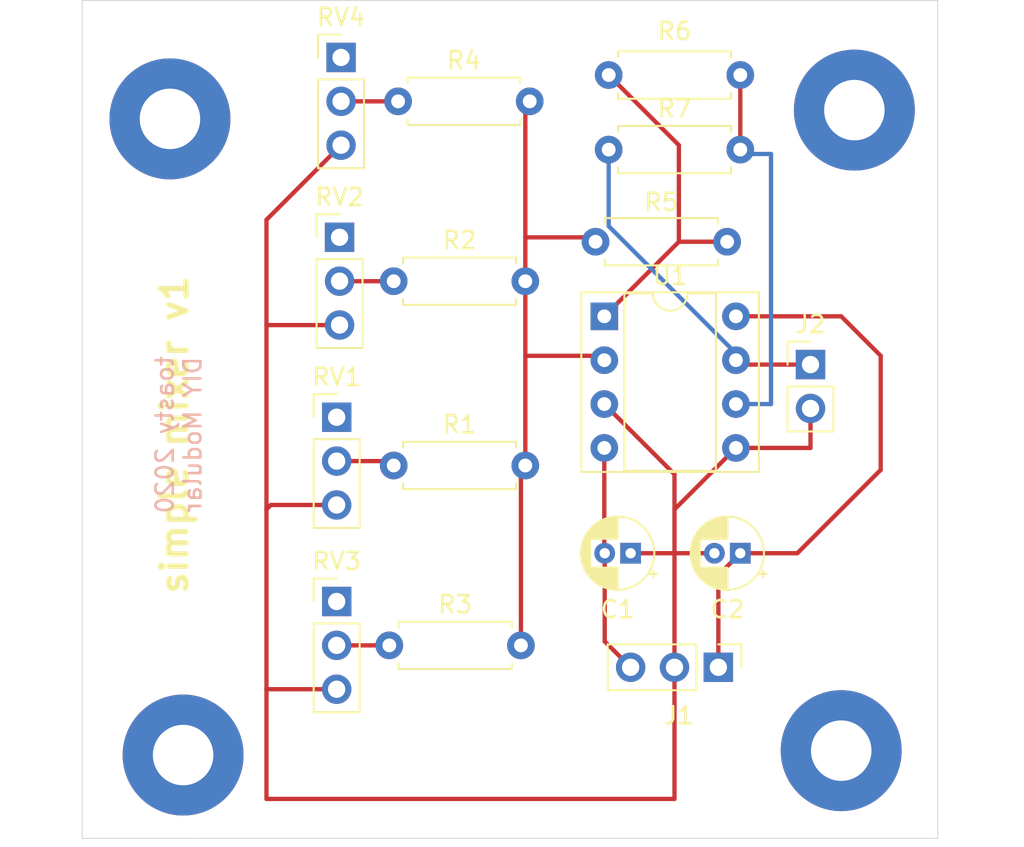
<source format=kicad_pcb>
(kicad_pcb (version 20171130) (host pcbnew "(5.1.6-0-10_14)")

  (general
    (thickness 1.6)
    (drawings 8)
    (tracks 72)
    (zones 0)
    (modules 20)
    (nets 16)
  )

  (page A4)
  (layers
    (0 F.Cu signal)
    (31 B.Cu signal)
    (32 B.Adhes user)
    (33 F.Adhes user)
    (34 B.Paste user)
    (35 F.Paste user)
    (36 B.SilkS user)
    (37 F.SilkS user)
    (38 B.Mask user)
    (39 F.Mask user)
    (40 Dwgs.User user)
    (41 Cmts.User user)
    (42 Eco1.User user)
    (43 Eco2.User user)
    (44 Edge.Cuts user)
    (45 Margin user)
    (46 B.CrtYd user)
    (47 F.CrtYd user)
    (48 B.Fab user)
    (49 F.Fab user)
  )

  (setup
    (last_trace_width 0.25)
    (trace_clearance 0.2)
    (zone_clearance 0.508)
    (zone_45_only no)
    (trace_min 0.2)
    (via_size 0.8)
    (via_drill 0.4)
    (via_min_size 0.4)
    (via_min_drill 0.3)
    (uvia_size 0.3)
    (uvia_drill 0.1)
    (uvias_allowed no)
    (uvia_min_size 0.2)
    (uvia_min_drill 0.1)
    (edge_width 0.05)
    (segment_width 0.2)
    (pcb_text_width 0.3)
    (pcb_text_size 1.5 1.5)
    (mod_edge_width 0.12)
    (mod_text_size 1 1)
    (mod_text_width 0.15)
    (pad_size 1.524 1.524)
    (pad_drill 0.762)
    (pad_to_mask_clearance 0.05)
    (aux_axis_origin 0 0)
    (visible_elements FFFFFF7F)
    (pcbplotparams
      (layerselection 0x010fc_ffffffff)
      (usegerberextensions false)
      (usegerberattributes true)
      (usegerberadvancedattributes true)
      (creategerberjobfile true)
      (excludeedgelayer true)
      (linewidth 0.100000)
      (plotframeref false)
      (viasonmask false)
      (mode 1)
      (useauxorigin false)
      (hpglpennumber 1)
      (hpglpenspeed 20)
      (hpglpendiameter 15.000000)
      (psnegative false)
      (psa4output false)
      (plotreference true)
      (plotvalue true)
      (plotinvisibletext false)
      (padsonsilk false)
      (subtractmaskfromsilk false)
      (outputformat 1)
      (mirror false)
      (drillshape 1)
      (scaleselection 1)
      (outputdirectory ""))
  )

  (net 0 "")
  (net 1 -12V)
  (net 2 GND)
  (net 3 +12V)
  (net 4 "Net-(J2-Pad1)")
  (net 5 "Net-(R1-Pad2)")
  (net 6 "Net-(R1-Pad1)")
  (net 7 "Net-(R2-Pad1)")
  (net 8 "Net-(R3-Pad1)")
  (net 9 "Net-(R4-Pad1)")
  (net 10 "Net-(R5-Pad1)")
  (net 11 "Net-(R6-Pad1)")
  (net 12 "Net-(RV1-Pad1)")
  (net 13 "Net-(RV2-Pad1)")
  (net 14 "Net-(RV3-Pad1)")
  (net 15 "Net-(RV4-Pad1)")

  (net_class Default "This is the default net class."
    (clearance 0.2)
    (trace_width 0.25)
    (via_dia 0.8)
    (via_drill 0.4)
    (uvia_dia 0.3)
    (uvia_drill 0.1)
    (add_net +12V)
    (add_net -12V)
    (add_net GND)
    (add_net "Net-(J2-Pad1)")
    (add_net "Net-(R1-Pad1)")
    (add_net "Net-(R1-Pad2)")
    (add_net "Net-(R2-Pad1)")
    (add_net "Net-(R3-Pad1)")
    (add_net "Net-(R4-Pad1)")
    (add_net "Net-(R5-Pad1)")
    (add_net "Net-(R6-Pad1)")
    (add_net "Net-(RV1-Pad1)")
    (add_net "Net-(RV2-Pad1)")
    (add_net "Net-(RV3-Pad1)")
    (add_net "Net-(RV4-Pad1)")
  )

  (module MountingHole:MountingHole_3.5mm_Pad (layer F.Cu) (tedit 56D1B4CB) (tstamp 5FE7748D)
    (at 108.204 106.934)
    (descr "Mounting Hole 3.5mm")
    (tags "mounting hole 3.5mm")
    (attr virtual)
    (fp_text reference "" (at 0 -4.5) (layer F.SilkS)
      (effects (font (size 1 1) (thickness 0.15)))
    )
    (fp_text value MountingHole_3.5mm_Pad (at 0 4.5) (layer F.Fab)
      (effects (font (size 1 1) (thickness 0.15)))
    )
    (fp_circle (center 0 0) (end 3.75 0) (layer F.CrtYd) (width 0.05))
    (fp_circle (center 0 0) (end 3.5 0) (layer Cmts.User) (width 0.15))
    (fp_text user %R (at 0.3 0) (layer F.Fab)
      (effects (font (size 1 1) (thickness 0.15)))
    )
    (pad 1 thru_hole circle (at 0 0) (size 7 7) (drill 3.5) (layers *.Cu *.Mask))
  )

  (module MountingHole:MountingHole_3.5mm_Pad (layer F.Cu) (tedit 56D1B4CB) (tstamp 5FE77469)
    (at 107.442 70.104)
    (descr "Mounting Hole 3.5mm")
    (tags "mounting hole 3.5mm")
    (attr virtual)
    (fp_text reference "" (at 0 -4.5) (layer F.SilkS)
      (effects (font (size 1 1) (thickness 0.15)))
    )
    (fp_text value MountingHole_3.5mm_Pad (at 0 4.5) (layer F.Fab)
      (effects (font (size 1 1) (thickness 0.15)))
    )
    (fp_circle (center 0 0) (end 3.75 0) (layer F.CrtYd) (width 0.05))
    (fp_circle (center 0 0) (end 3.5 0) (layer Cmts.User) (width 0.15))
    (fp_text user %R (at 0.3 0) (layer F.Fab)
      (effects (font (size 1 1) (thickness 0.15)))
    )
    (pad 1 thru_hole circle (at 0 0) (size 7 7) (drill 3.5) (layers *.Cu *.Mask))
  )

  (module MountingHole:MountingHole_3.5mm_Pad (layer F.Cu) (tedit 56D1B4CB) (tstamp 5FE77445)
    (at 147.066 69.596)
    (descr "Mounting Hole 3.5mm")
    (tags "mounting hole 3.5mm")
    (attr virtual)
    (fp_text reference REF** (at 0 -4.5) (layer F.SilkS) hide
      (effects (font (size 1 1) (thickness 0.15)))
    )
    (fp_text value MountingHole_3.5mm_Pad (at 0 4.5) (layer F.Fab)
      (effects (font (size 1 1) (thickness 0.15)))
    )
    (fp_circle (center 0 0) (end 3.75 0) (layer F.CrtYd) (width 0.05))
    (fp_circle (center 0 0) (end 3.5 0) (layer Cmts.User) (width 0.15))
    (fp_text user %R (at 0.3 0) (layer F.Fab)
      (effects (font (size 1 1) (thickness 0.15)))
    )
    (pad 1 thru_hole circle (at 0 0) (size 7 7) (drill 3.5) (layers *.Cu *.Mask))
  )

  (module MountingHole:MountingHole_3.5mm_Pad (layer F.Cu) (tedit 56D1B4CB) (tstamp 5FE77421)
    (at 146.304 106.68)
    (descr "Mounting Hole 3.5mm")
    (tags "mounting hole 3.5mm")
    (attr virtual)
    (fp_text reference "" (at 0 -4.5) (layer F.SilkS)
      (effects (font (size 1 1) (thickness 0.15)))
    )
    (fp_text value MountingHole_3.5mm_Pad (at 0 4.5) (layer F.Fab)
      (effects (font (size 1 1) (thickness 0.15)))
    )
    (fp_circle (center 0 0) (end 3.75 0) (layer F.CrtYd) (width 0.05))
    (fp_circle (center 0 0) (end 3.5 0) (layer Cmts.User) (width 0.15))
    (fp_text user %R (at 0.3 0) (layer F.Fab)
      (effects (font (size 1 1) (thickness 0.15)))
    )
    (pad 1 thru_hole circle (at 0 0) (size 7 7) (drill 3.5) (layers *.Cu *.Mask))
  )

  (module Package_DIP:DIP-8_W7.62mm_Socket (layer F.Cu) (tedit 5A02E8C5) (tstamp 5FE7353E)
    (at 132.588 81.534)
    (descr "8-lead though-hole mounted DIP package, row spacing 7.62 mm (300 mils), Socket")
    (tags "THT DIP DIL PDIP 2.54mm 7.62mm 300mil Socket")
    (path /5FE86039)
    (fp_text reference U1 (at 3.81 -2.33) (layer F.SilkS)
      (effects (font (size 1 1) (thickness 0.15)))
    )
    (fp_text value TL072 (at 3.81 9.95) (layer F.Fab)
      (effects (font (size 1 1) (thickness 0.15)))
    )
    (fp_line (start 9.15 -1.6) (end -1.55 -1.6) (layer F.CrtYd) (width 0.05))
    (fp_line (start 9.15 9.2) (end 9.15 -1.6) (layer F.CrtYd) (width 0.05))
    (fp_line (start -1.55 9.2) (end 9.15 9.2) (layer F.CrtYd) (width 0.05))
    (fp_line (start -1.55 -1.6) (end -1.55 9.2) (layer F.CrtYd) (width 0.05))
    (fp_line (start 8.95 -1.39) (end -1.33 -1.39) (layer F.SilkS) (width 0.12))
    (fp_line (start 8.95 9.01) (end 8.95 -1.39) (layer F.SilkS) (width 0.12))
    (fp_line (start -1.33 9.01) (end 8.95 9.01) (layer F.SilkS) (width 0.12))
    (fp_line (start -1.33 -1.39) (end -1.33 9.01) (layer F.SilkS) (width 0.12))
    (fp_line (start 6.46 -1.33) (end 4.81 -1.33) (layer F.SilkS) (width 0.12))
    (fp_line (start 6.46 8.95) (end 6.46 -1.33) (layer F.SilkS) (width 0.12))
    (fp_line (start 1.16 8.95) (end 6.46 8.95) (layer F.SilkS) (width 0.12))
    (fp_line (start 1.16 -1.33) (end 1.16 8.95) (layer F.SilkS) (width 0.12))
    (fp_line (start 2.81 -1.33) (end 1.16 -1.33) (layer F.SilkS) (width 0.12))
    (fp_line (start 8.89 -1.33) (end -1.27 -1.33) (layer F.Fab) (width 0.1))
    (fp_line (start 8.89 8.95) (end 8.89 -1.33) (layer F.Fab) (width 0.1))
    (fp_line (start -1.27 8.95) (end 8.89 8.95) (layer F.Fab) (width 0.1))
    (fp_line (start -1.27 -1.33) (end -1.27 8.95) (layer F.Fab) (width 0.1))
    (fp_line (start 0.635 -0.27) (end 1.635 -1.27) (layer F.Fab) (width 0.1))
    (fp_line (start 0.635 8.89) (end 0.635 -0.27) (layer F.Fab) (width 0.1))
    (fp_line (start 6.985 8.89) (end 0.635 8.89) (layer F.Fab) (width 0.1))
    (fp_line (start 6.985 -1.27) (end 6.985 8.89) (layer F.Fab) (width 0.1))
    (fp_line (start 1.635 -1.27) (end 6.985 -1.27) (layer F.Fab) (width 0.1))
    (fp_text user %R (at 3.81 3.81) (layer F.Fab)
      (effects (font (size 1 1) (thickness 0.15)))
    )
    (fp_arc (start 3.81 -1.33) (end 2.81 -1.33) (angle -180) (layer F.SilkS) (width 0.12))
    (pad 8 thru_hole oval (at 7.62 0) (size 1.6 1.6) (drill 0.8) (layers *.Cu *.Mask)
      (net 3 +12V))
    (pad 4 thru_hole oval (at 0 7.62) (size 1.6 1.6) (drill 0.8) (layers *.Cu *.Mask)
      (net 1 -12V))
    (pad 7 thru_hole oval (at 7.62 2.54) (size 1.6 1.6) (drill 0.8) (layers *.Cu *.Mask)
      (net 4 "Net-(J2-Pad1)"))
    (pad 3 thru_hole oval (at 0 5.08) (size 1.6 1.6) (drill 0.8) (layers *.Cu *.Mask)
      (net 2 GND))
    (pad 6 thru_hole oval (at 7.62 5.08) (size 1.6 1.6) (drill 0.8) (layers *.Cu *.Mask)
      (net 11 "Net-(R6-Pad1)"))
    (pad 2 thru_hole oval (at 0 2.54) (size 1.6 1.6) (drill 0.8) (layers *.Cu *.Mask)
      (net 5 "Net-(R1-Pad2)"))
    (pad 5 thru_hole oval (at 7.62 7.62) (size 1.6 1.6) (drill 0.8) (layers *.Cu *.Mask)
      (net 2 GND))
    (pad 1 thru_hole rect (at 0 0) (size 1.6 1.6) (drill 0.8) (layers *.Cu *.Mask)
      (net 10 "Net-(R5-Pad1)"))
    (model ${KISYS3DMOD}/Package_DIP.3dshapes/DIP-8_W7.62mm_Socket.wrl
      (at (xyz 0 0 0))
      (scale (xyz 1 1 1))
      (rotate (xyz 0 0 0))
    )
  )

  (module Connector_PinHeader_2.54mm:PinHeader_1x03_P2.54mm_Vertical (layer F.Cu) (tedit 59FED5CC) (tstamp 5FE737E9)
    (at 117.348 66.548)
    (descr "Through hole straight pin header, 1x03, 2.54mm pitch, single row")
    (tags "Through hole pin header THT 1x03 2.54mm single row")
    (path /5FE6AAE0)
    (fp_text reference RV4 (at 0 -2.33) (layer F.SilkS)
      (effects (font (size 1 1) (thickness 0.15)))
    )
    (fp_text value 100k (at 0 7.41) (layer F.Fab)
      (effects (font (size 1 1) (thickness 0.15)))
    )
    (fp_line (start 1.8 -1.8) (end -1.8 -1.8) (layer F.CrtYd) (width 0.05))
    (fp_line (start 1.8 6.85) (end 1.8 -1.8) (layer F.CrtYd) (width 0.05))
    (fp_line (start -1.8 6.85) (end 1.8 6.85) (layer F.CrtYd) (width 0.05))
    (fp_line (start -1.8 -1.8) (end -1.8 6.85) (layer F.CrtYd) (width 0.05))
    (fp_line (start -1.33 -1.33) (end 0 -1.33) (layer F.SilkS) (width 0.12))
    (fp_line (start -1.33 0) (end -1.33 -1.33) (layer F.SilkS) (width 0.12))
    (fp_line (start -1.33 1.27) (end 1.33 1.27) (layer F.SilkS) (width 0.12))
    (fp_line (start 1.33 1.27) (end 1.33 6.41) (layer F.SilkS) (width 0.12))
    (fp_line (start -1.33 1.27) (end -1.33 6.41) (layer F.SilkS) (width 0.12))
    (fp_line (start -1.33 6.41) (end 1.33 6.41) (layer F.SilkS) (width 0.12))
    (fp_line (start -1.27 -0.635) (end -0.635 -1.27) (layer F.Fab) (width 0.1))
    (fp_line (start -1.27 6.35) (end -1.27 -0.635) (layer F.Fab) (width 0.1))
    (fp_line (start 1.27 6.35) (end -1.27 6.35) (layer F.Fab) (width 0.1))
    (fp_line (start 1.27 -1.27) (end 1.27 6.35) (layer F.Fab) (width 0.1))
    (fp_line (start -0.635 -1.27) (end 1.27 -1.27) (layer F.Fab) (width 0.1))
    (fp_text user %R (at 0 2.54 90) (layer F.Fab)
      (effects (font (size 1 1) (thickness 0.15)))
    )
    (pad 3 thru_hole oval (at 0 5.08) (size 1.7 1.7) (drill 1) (layers *.Cu *.Mask)
      (net 2 GND))
    (pad 2 thru_hole oval (at 0 2.54) (size 1.7 1.7) (drill 1) (layers *.Cu *.Mask)
      (net 9 "Net-(R4-Pad1)"))
    (pad 1 thru_hole rect (at 0 0) (size 1.7 1.7) (drill 1) (layers *.Cu *.Mask)
      (net 15 "Net-(RV4-Pad1)"))
    (model ${KISYS3DMOD}/Connector_PinHeader_2.54mm.3dshapes/PinHeader_1x03_P2.54mm_Vertical.wrl
      (at (xyz 0 0 0))
      (scale (xyz 1 1 1))
      (rotate (xyz 0 0 0))
    )
  )

  (module Connector_PinHeader_2.54mm:PinHeader_1x03_P2.54mm_Vertical (layer F.Cu) (tedit 59FED5CC) (tstamp 5FE73503)
    (at 117.094 98.044)
    (descr "Through hole straight pin header, 1x03, 2.54mm pitch, single row")
    (tags "Through hole pin header THT 1x03 2.54mm single row")
    (path /5FE7ECCD)
    (fp_text reference RV3 (at 0 -2.33) (layer F.SilkS)
      (effects (font (size 1 1) (thickness 0.15)))
    )
    (fp_text value 100k (at 0 7.41) (layer F.Fab)
      (effects (font (size 1 1) (thickness 0.15)))
    )
    (fp_line (start 1.8 -1.8) (end -1.8 -1.8) (layer F.CrtYd) (width 0.05))
    (fp_line (start 1.8 6.85) (end 1.8 -1.8) (layer F.CrtYd) (width 0.05))
    (fp_line (start -1.8 6.85) (end 1.8 6.85) (layer F.CrtYd) (width 0.05))
    (fp_line (start -1.8 -1.8) (end -1.8 6.85) (layer F.CrtYd) (width 0.05))
    (fp_line (start -1.33 -1.33) (end 0 -1.33) (layer F.SilkS) (width 0.12))
    (fp_line (start -1.33 0) (end -1.33 -1.33) (layer F.SilkS) (width 0.12))
    (fp_line (start -1.33 1.27) (end 1.33 1.27) (layer F.SilkS) (width 0.12))
    (fp_line (start 1.33 1.27) (end 1.33 6.41) (layer F.SilkS) (width 0.12))
    (fp_line (start -1.33 1.27) (end -1.33 6.41) (layer F.SilkS) (width 0.12))
    (fp_line (start -1.33 6.41) (end 1.33 6.41) (layer F.SilkS) (width 0.12))
    (fp_line (start -1.27 -0.635) (end -0.635 -1.27) (layer F.Fab) (width 0.1))
    (fp_line (start -1.27 6.35) (end -1.27 -0.635) (layer F.Fab) (width 0.1))
    (fp_line (start 1.27 6.35) (end -1.27 6.35) (layer F.Fab) (width 0.1))
    (fp_line (start 1.27 -1.27) (end 1.27 6.35) (layer F.Fab) (width 0.1))
    (fp_line (start -0.635 -1.27) (end 1.27 -1.27) (layer F.Fab) (width 0.1))
    (fp_text user %R (at 0 2.54 90) (layer F.Fab)
      (effects (font (size 1 1) (thickness 0.15)))
    )
    (pad 3 thru_hole oval (at 0 5.08) (size 1.7 1.7) (drill 1) (layers *.Cu *.Mask)
      (net 2 GND))
    (pad 2 thru_hole oval (at 0 2.54) (size 1.7 1.7) (drill 1) (layers *.Cu *.Mask)
      (net 8 "Net-(R3-Pad1)"))
    (pad 1 thru_hole rect (at 0 0) (size 1.7 1.7) (drill 1) (layers *.Cu *.Mask)
      (net 14 "Net-(RV3-Pad1)"))
    (model ${KISYS3DMOD}/Connector_PinHeader_2.54mm.3dshapes/PinHeader_1x03_P2.54mm_Vertical.wrl
      (at (xyz 0 0 0))
      (scale (xyz 1 1 1))
      (rotate (xyz 0 0 0))
    )
  )

  (module Connector_PinHeader_2.54mm:PinHeader_1x03_P2.54mm_Vertical (layer F.Cu) (tedit 59FED5CC) (tstamp 5FE734EC)
    (at 117.261199 76.958)
    (descr "Through hole straight pin header, 1x03, 2.54mm pitch, single row")
    (tags "Through hole pin header THT 1x03 2.54mm single row")
    (path /5FE7CE04)
    (fp_text reference RV2 (at 0 -2.33) (layer F.SilkS)
      (effects (font (size 1 1) (thickness 0.15)))
    )
    (fp_text value 100k (at 0 7.41) (layer F.Fab)
      (effects (font (size 1 1) (thickness 0.15)))
    )
    (fp_line (start 1.8 -1.8) (end -1.8 -1.8) (layer F.CrtYd) (width 0.05))
    (fp_line (start 1.8 6.85) (end 1.8 -1.8) (layer F.CrtYd) (width 0.05))
    (fp_line (start -1.8 6.85) (end 1.8 6.85) (layer F.CrtYd) (width 0.05))
    (fp_line (start -1.8 -1.8) (end -1.8 6.85) (layer F.CrtYd) (width 0.05))
    (fp_line (start -1.33 -1.33) (end 0 -1.33) (layer F.SilkS) (width 0.12))
    (fp_line (start -1.33 0) (end -1.33 -1.33) (layer F.SilkS) (width 0.12))
    (fp_line (start -1.33 1.27) (end 1.33 1.27) (layer F.SilkS) (width 0.12))
    (fp_line (start 1.33 1.27) (end 1.33 6.41) (layer F.SilkS) (width 0.12))
    (fp_line (start -1.33 1.27) (end -1.33 6.41) (layer F.SilkS) (width 0.12))
    (fp_line (start -1.33 6.41) (end 1.33 6.41) (layer F.SilkS) (width 0.12))
    (fp_line (start -1.27 -0.635) (end -0.635 -1.27) (layer F.Fab) (width 0.1))
    (fp_line (start -1.27 6.35) (end -1.27 -0.635) (layer F.Fab) (width 0.1))
    (fp_line (start 1.27 6.35) (end -1.27 6.35) (layer F.Fab) (width 0.1))
    (fp_line (start 1.27 -1.27) (end 1.27 6.35) (layer F.Fab) (width 0.1))
    (fp_line (start -0.635 -1.27) (end 1.27 -1.27) (layer F.Fab) (width 0.1))
    (fp_text user %R (at 0 2.54 90) (layer F.Fab)
      (effects (font (size 1 1) (thickness 0.15)))
    )
    (pad 3 thru_hole oval (at 0 5.08) (size 1.7 1.7) (drill 1) (layers *.Cu *.Mask)
      (net 2 GND))
    (pad 2 thru_hole oval (at 0 2.54) (size 1.7 1.7) (drill 1) (layers *.Cu *.Mask)
      (net 7 "Net-(R2-Pad1)"))
    (pad 1 thru_hole rect (at 0 0) (size 1.7 1.7) (drill 1) (layers *.Cu *.Mask)
      (net 13 "Net-(RV2-Pad1)"))
    (model ${KISYS3DMOD}/Connector_PinHeader_2.54mm.3dshapes/PinHeader_1x03_P2.54mm_Vertical.wrl
      (at (xyz 0 0 0))
      (scale (xyz 1 1 1))
      (rotate (xyz 0 0 0))
    )
  )

  (module Connector_PinHeader_2.54mm:PinHeader_1x03_P2.54mm_Vertical (layer F.Cu) (tedit 59FED5CC) (tstamp 5FE734D5)
    (at 117.094 87.376)
    (descr "Through hole straight pin header, 1x03, 2.54mm pitch, single row")
    (tags "Through hole pin header THT 1x03 2.54mm single row")
    (path /5FE81EC5)
    (fp_text reference RV1 (at 0 -2.33) (layer F.SilkS)
      (effects (font (size 1 1) (thickness 0.15)))
    )
    (fp_text value 100k (at 0 7.41) (layer F.Fab)
      (effects (font (size 1 1) (thickness 0.15)))
    )
    (fp_line (start 1.8 -1.8) (end -1.8 -1.8) (layer F.CrtYd) (width 0.05))
    (fp_line (start 1.8 6.85) (end 1.8 -1.8) (layer F.CrtYd) (width 0.05))
    (fp_line (start -1.8 6.85) (end 1.8 6.85) (layer F.CrtYd) (width 0.05))
    (fp_line (start -1.8 -1.8) (end -1.8 6.85) (layer F.CrtYd) (width 0.05))
    (fp_line (start -1.33 -1.33) (end 0 -1.33) (layer F.SilkS) (width 0.12))
    (fp_line (start -1.33 0) (end -1.33 -1.33) (layer F.SilkS) (width 0.12))
    (fp_line (start -1.33 1.27) (end 1.33 1.27) (layer F.SilkS) (width 0.12))
    (fp_line (start 1.33 1.27) (end 1.33 6.41) (layer F.SilkS) (width 0.12))
    (fp_line (start -1.33 1.27) (end -1.33 6.41) (layer F.SilkS) (width 0.12))
    (fp_line (start -1.33 6.41) (end 1.33 6.41) (layer F.SilkS) (width 0.12))
    (fp_line (start -1.27 -0.635) (end -0.635 -1.27) (layer F.Fab) (width 0.1))
    (fp_line (start -1.27 6.35) (end -1.27 -0.635) (layer F.Fab) (width 0.1))
    (fp_line (start 1.27 6.35) (end -1.27 6.35) (layer F.Fab) (width 0.1))
    (fp_line (start 1.27 -1.27) (end 1.27 6.35) (layer F.Fab) (width 0.1))
    (fp_line (start -0.635 -1.27) (end 1.27 -1.27) (layer F.Fab) (width 0.1))
    (fp_text user %R (at 0 2.54 90) (layer F.Fab)
      (effects (font (size 1 1) (thickness 0.15)))
    )
    (pad 3 thru_hole oval (at 0 5.08) (size 1.7 1.7) (drill 1) (layers *.Cu *.Mask)
      (net 2 GND))
    (pad 2 thru_hole oval (at 0 2.54) (size 1.7 1.7) (drill 1) (layers *.Cu *.Mask)
      (net 6 "Net-(R1-Pad1)"))
    (pad 1 thru_hole rect (at 0 0) (size 1.7 1.7) (drill 1) (layers *.Cu *.Mask)
      (net 12 "Net-(RV1-Pad1)"))
    (model ${KISYS3DMOD}/Connector_PinHeader_2.54mm.3dshapes/PinHeader_1x03_P2.54mm_Vertical.wrl
      (at (xyz 0 0 0))
      (scale (xyz 1 1 1))
      (rotate (xyz 0 0 0))
    )
  )

  (module Resistor_THT:R_Axial_DIN0207_L6.3mm_D2.5mm_P7.62mm_Horizontal (layer F.Cu) (tedit 5AE5139B) (tstamp 5FE734BE)
    (at 132.842 71.882)
    (descr "Resistor, Axial_DIN0207 series, Axial, Horizontal, pin pitch=7.62mm, 0.25W = 1/4W, length*diameter=6.3*2.5mm^2, http://cdn-reichelt.de/documents/datenblatt/B400/1_4W%23YAG.pdf")
    (tags "Resistor Axial_DIN0207 series Axial Horizontal pin pitch 7.62mm 0.25W = 1/4W length 6.3mm diameter 2.5mm")
    (path /5FE91186)
    (fp_text reference R7 (at 3.81 -2.37) (layer F.SilkS)
      (effects (font (size 1 1) (thickness 0.15)))
    )
    (fp_text value 100k (at 3.81 2.37) (layer F.Fab)
      (effects (font (size 1 1) (thickness 0.15)))
    )
    (fp_line (start 8.67 -1.5) (end -1.05 -1.5) (layer F.CrtYd) (width 0.05))
    (fp_line (start 8.67 1.5) (end 8.67 -1.5) (layer F.CrtYd) (width 0.05))
    (fp_line (start -1.05 1.5) (end 8.67 1.5) (layer F.CrtYd) (width 0.05))
    (fp_line (start -1.05 -1.5) (end -1.05 1.5) (layer F.CrtYd) (width 0.05))
    (fp_line (start 7.08 1.37) (end 7.08 1.04) (layer F.SilkS) (width 0.12))
    (fp_line (start 0.54 1.37) (end 7.08 1.37) (layer F.SilkS) (width 0.12))
    (fp_line (start 0.54 1.04) (end 0.54 1.37) (layer F.SilkS) (width 0.12))
    (fp_line (start 7.08 -1.37) (end 7.08 -1.04) (layer F.SilkS) (width 0.12))
    (fp_line (start 0.54 -1.37) (end 7.08 -1.37) (layer F.SilkS) (width 0.12))
    (fp_line (start 0.54 -1.04) (end 0.54 -1.37) (layer F.SilkS) (width 0.12))
    (fp_line (start 7.62 0) (end 6.96 0) (layer F.Fab) (width 0.1))
    (fp_line (start 0 0) (end 0.66 0) (layer F.Fab) (width 0.1))
    (fp_line (start 6.96 -1.25) (end 0.66 -1.25) (layer F.Fab) (width 0.1))
    (fp_line (start 6.96 1.25) (end 6.96 -1.25) (layer F.Fab) (width 0.1))
    (fp_line (start 0.66 1.25) (end 6.96 1.25) (layer F.Fab) (width 0.1))
    (fp_line (start 0.66 -1.25) (end 0.66 1.25) (layer F.Fab) (width 0.1))
    (fp_text user %R (at 3.81 0) (layer F.Fab)
      (effects (font (size 1 1) (thickness 0.15)))
    )
    (pad 2 thru_hole oval (at 7.62 0) (size 1.6 1.6) (drill 0.8) (layers *.Cu *.Mask)
      (net 11 "Net-(R6-Pad1)"))
    (pad 1 thru_hole circle (at 0 0) (size 1.6 1.6) (drill 0.8) (layers *.Cu *.Mask)
      (net 4 "Net-(J2-Pad1)"))
    (model ${KISYS3DMOD}/Resistor_THT.3dshapes/R_Axial_DIN0207_L6.3mm_D2.5mm_P7.62mm_Horizontal.wrl
      (at (xyz 0 0 0))
      (scale (xyz 1 1 1))
      (rotate (xyz 0 0 0))
    )
  )

  (module Resistor_THT:R_Axial_DIN0207_L6.3mm_D2.5mm_P7.62mm_Horizontal (layer F.Cu) (tedit 5AE5139B) (tstamp 5FE746B9)
    (at 140.462 67.564 180)
    (descr "Resistor, Axial_DIN0207 series, Axial, Horizontal, pin pitch=7.62mm, 0.25W = 1/4W, length*diameter=6.3*2.5mm^2, http://cdn-reichelt.de/documents/datenblatt/B400/1_4W%23YAG.pdf")
    (tags "Resistor Axial_DIN0207 series Axial Horizontal pin pitch 7.62mm 0.25W = 1/4W length 6.3mm diameter 2.5mm")
    (path /5FE90D53)
    (fp_text reference R6 (at 3.81 2.54) (layer F.SilkS)
      (effects (font (size 1 1) (thickness 0.15)))
    )
    (fp_text value 100k (at 3.81 2.37) (layer F.Fab)
      (effects (font (size 1 1) (thickness 0.15)))
    )
    (fp_line (start 8.67 -1.5) (end -1.05 -1.5) (layer F.CrtYd) (width 0.05))
    (fp_line (start 8.67 1.5) (end 8.67 -1.5) (layer F.CrtYd) (width 0.05))
    (fp_line (start -1.05 1.5) (end 8.67 1.5) (layer F.CrtYd) (width 0.05))
    (fp_line (start -1.05 -1.5) (end -1.05 1.5) (layer F.CrtYd) (width 0.05))
    (fp_line (start 7.08 1.37) (end 7.08 1.04) (layer F.SilkS) (width 0.12))
    (fp_line (start 0.54 1.37) (end 7.08 1.37) (layer F.SilkS) (width 0.12))
    (fp_line (start 0.54 1.04) (end 0.54 1.37) (layer F.SilkS) (width 0.12))
    (fp_line (start 7.08 -1.37) (end 7.08 -1.04) (layer F.SilkS) (width 0.12))
    (fp_line (start 0.54 -1.37) (end 7.08 -1.37) (layer F.SilkS) (width 0.12))
    (fp_line (start 0.54 -1.04) (end 0.54 -1.37) (layer F.SilkS) (width 0.12))
    (fp_line (start 7.62 0) (end 6.96 0) (layer F.Fab) (width 0.1))
    (fp_line (start 0 0) (end 0.66 0) (layer F.Fab) (width 0.1))
    (fp_line (start 6.96 -1.25) (end 0.66 -1.25) (layer F.Fab) (width 0.1))
    (fp_line (start 6.96 1.25) (end 6.96 -1.25) (layer F.Fab) (width 0.1))
    (fp_line (start 0.66 1.25) (end 6.96 1.25) (layer F.Fab) (width 0.1))
    (fp_line (start 0.66 -1.25) (end 0.66 1.25) (layer F.Fab) (width 0.1))
    (fp_text user %R (at 3.81 0) (layer F.Fab)
      (effects (font (size 1 1) (thickness 0.15)))
    )
    (pad 2 thru_hole oval (at 7.62 0 180) (size 1.6 1.6) (drill 0.8) (layers *.Cu *.Mask)
      (net 10 "Net-(R5-Pad1)"))
    (pad 1 thru_hole circle (at 0 0 180) (size 1.6 1.6) (drill 0.8) (layers *.Cu *.Mask)
      (net 11 "Net-(R6-Pad1)"))
    (model ${KISYS3DMOD}/Resistor_THT.3dshapes/R_Axial_DIN0207_L6.3mm_D2.5mm_P7.62mm_Horizontal.wrl
      (at (xyz 0 0 0))
      (scale (xyz 1 1 1))
      (rotate (xyz 0 0 0))
    )
  )

  (module Resistor_THT:R_Axial_DIN0207_L6.3mm_D2.5mm_P7.62mm_Horizontal (layer F.Cu) (tedit 5AE5139B) (tstamp 5FE73490)
    (at 139.7 77.216 180)
    (descr "Resistor, Axial_DIN0207 series, Axial, Horizontal, pin pitch=7.62mm, 0.25W = 1/4W, length*diameter=6.3*2.5mm^2, http://cdn-reichelt.de/documents/datenblatt/B400/1_4W%23YAG.pdf")
    (tags "Resistor Axial_DIN0207 series Axial Horizontal pin pitch 7.62mm 0.25W = 1/4W length 6.3mm diameter 2.5mm")
    (path /5FE90690)
    (fp_text reference R5 (at 3.81 2.286) (layer F.SilkS)
      (effects (font (size 1 1) (thickness 0.15)))
    )
    (fp_text value 100k (at 3.81 2.37) (layer F.Fab)
      (effects (font (size 1 1) (thickness 0.15)))
    )
    (fp_line (start 8.67 -1.5) (end -1.05 -1.5) (layer F.CrtYd) (width 0.05))
    (fp_line (start 8.67 1.5) (end 8.67 -1.5) (layer F.CrtYd) (width 0.05))
    (fp_line (start -1.05 1.5) (end 8.67 1.5) (layer F.CrtYd) (width 0.05))
    (fp_line (start -1.05 -1.5) (end -1.05 1.5) (layer F.CrtYd) (width 0.05))
    (fp_line (start 7.08 1.37) (end 7.08 1.04) (layer F.SilkS) (width 0.12))
    (fp_line (start 0.54 1.37) (end 7.08 1.37) (layer F.SilkS) (width 0.12))
    (fp_line (start 0.54 1.04) (end 0.54 1.37) (layer F.SilkS) (width 0.12))
    (fp_line (start 7.08 -1.37) (end 7.08 -1.04) (layer F.SilkS) (width 0.12))
    (fp_line (start 0.54 -1.37) (end 7.08 -1.37) (layer F.SilkS) (width 0.12))
    (fp_line (start 0.54 -1.04) (end 0.54 -1.37) (layer F.SilkS) (width 0.12))
    (fp_line (start 7.62 0) (end 6.96 0) (layer F.Fab) (width 0.1))
    (fp_line (start 0 0) (end 0.66 0) (layer F.Fab) (width 0.1))
    (fp_line (start 6.96 -1.25) (end 0.66 -1.25) (layer F.Fab) (width 0.1))
    (fp_line (start 6.96 1.25) (end 6.96 -1.25) (layer F.Fab) (width 0.1))
    (fp_line (start 0.66 1.25) (end 6.96 1.25) (layer F.Fab) (width 0.1))
    (fp_line (start 0.66 -1.25) (end 0.66 1.25) (layer F.Fab) (width 0.1))
    (fp_text user %R (at 9.398 1.016) (layer F.Fab)
      (effects (font (size 1 1) (thickness 0.15)))
    )
    (pad 2 thru_hole oval (at 7.62 0 180) (size 1.6 1.6) (drill 0.8) (layers *.Cu *.Mask)
      (net 5 "Net-(R1-Pad2)"))
    (pad 1 thru_hole circle (at 0 0 180) (size 1.6 1.6) (drill 0.8) (layers *.Cu *.Mask)
      (net 10 "Net-(R5-Pad1)"))
    (model ${KISYS3DMOD}/Resistor_THT.3dshapes/R_Axial_DIN0207_L6.3mm_D2.5mm_P7.62mm_Horizontal.wrl
      (at (xyz 0 0 0))
      (scale (xyz 1 1 1))
      (rotate (xyz 0 0 0))
    )
  )

  (module Resistor_THT:R_Axial_DIN0207_L6.3mm_D2.5mm_P7.62mm_Horizontal (layer F.Cu) (tedit 5AE5139B) (tstamp 5FE73479)
    (at 120.65 69.088)
    (descr "Resistor, Axial_DIN0207 series, Axial, Horizontal, pin pitch=7.62mm, 0.25W = 1/4W, length*diameter=6.3*2.5mm^2, http://cdn-reichelt.de/documents/datenblatt/B400/1_4W%23YAG.pdf")
    (tags "Resistor Axial_DIN0207 series Axial Horizontal pin pitch 7.62mm 0.25W = 1/4W length 6.3mm diameter 2.5mm")
    (path /5FE6B3B0)
    (fp_text reference R4 (at 3.81 -2.37) (layer F.SilkS)
      (effects (font (size 1 1) (thickness 0.15)))
    )
    (fp_text value 100k (at 3.81 2.37) (layer F.Fab)
      (effects (font (size 1 1) (thickness 0.15)))
    )
    (fp_line (start 8.67 -1.5) (end -1.05 -1.5) (layer F.CrtYd) (width 0.05))
    (fp_line (start 8.67 1.5) (end 8.67 -1.5) (layer F.CrtYd) (width 0.05))
    (fp_line (start -1.05 1.5) (end 8.67 1.5) (layer F.CrtYd) (width 0.05))
    (fp_line (start -1.05 -1.5) (end -1.05 1.5) (layer F.CrtYd) (width 0.05))
    (fp_line (start 7.08 1.37) (end 7.08 1.04) (layer F.SilkS) (width 0.12))
    (fp_line (start 0.54 1.37) (end 7.08 1.37) (layer F.SilkS) (width 0.12))
    (fp_line (start 0.54 1.04) (end 0.54 1.37) (layer F.SilkS) (width 0.12))
    (fp_line (start 7.08 -1.37) (end 7.08 -1.04) (layer F.SilkS) (width 0.12))
    (fp_line (start 0.54 -1.37) (end 7.08 -1.37) (layer F.SilkS) (width 0.12))
    (fp_line (start 0.54 -1.04) (end 0.54 -1.37) (layer F.SilkS) (width 0.12))
    (fp_line (start 7.62 0) (end 6.96 0) (layer F.Fab) (width 0.1))
    (fp_line (start 0 0) (end 0.66 0) (layer F.Fab) (width 0.1))
    (fp_line (start 6.96 -1.25) (end 0.66 -1.25) (layer F.Fab) (width 0.1))
    (fp_line (start 6.96 1.25) (end 6.96 -1.25) (layer F.Fab) (width 0.1))
    (fp_line (start 0.66 1.25) (end 6.96 1.25) (layer F.Fab) (width 0.1))
    (fp_line (start 0.66 -1.25) (end 0.66 1.25) (layer F.Fab) (width 0.1))
    (fp_text user %R (at 3.81 0) (layer F.Fab)
      (effects (font (size 1 1) (thickness 0.15)))
    )
    (pad 2 thru_hole oval (at 7.62 0) (size 1.6 1.6) (drill 0.8) (layers *.Cu *.Mask)
      (net 5 "Net-(R1-Pad2)"))
    (pad 1 thru_hole circle (at 0 0) (size 1.6 1.6) (drill 0.8) (layers *.Cu *.Mask)
      (net 9 "Net-(R4-Pad1)"))
    (model ${KISYS3DMOD}/Resistor_THT.3dshapes/R_Axial_DIN0207_L6.3mm_D2.5mm_P7.62mm_Horizontal.wrl
      (at (xyz 0 0 0))
      (scale (xyz 1 1 1))
      (rotate (xyz 0 0 0))
    )
  )

  (module Resistor_THT:R_Axial_DIN0207_L6.3mm_D2.5mm_P7.62mm_Horizontal (layer F.Cu) (tedit 5AE5139B) (tstamp 5FE73462)
    (at 120.142 100.584)
    (descr "Resistor, Axial_DIN0207 series, Axial, Horizontal, pin pitch=7.62mm, 0.25W = 1/4W, length*diameter=6.3*2.5mm^2, http://cdn-reichelt.de/documents/datenblatt/B400/1_4W%23YAG.pdf")
    (tags "Resistor Axial_DIN0207 series Axial Horizontal pin pitch 7.62mm 0.25W = 1/4W length 6.3mm diameter 2.5mm")
    (path /5FE7ECD7)
    (fp_text reference R3 (at 3.81 -2.37) (layer F.SilkS)
      (effects (font (size 1 1) (thickness 0.15)))
    )
    (fp_text value 100k (at 3.81 2.37) (layer F.Fab)
      (effects (font (size 1 1) (thickness 0.15)))
    )
    (fp_line (start 8.67 -1.5) (end -1.05 -1.5) (layer F.CrtYd) (width 0.05))
    (fp_line (start 8.67 1.5) (end 8.67 -1.5) (layer F.CrtYd) (width 0.05))
    (fp_line (start -1.05 1.5) (end 8.67 1.5) (layer F.CrtYd) (width 0.05))
    (fp_line (start -1.05 -1.5) (end -1.05 1.5) (layer F.CrtYd) (width 0.05))
    (fp_line (start 7.08 1.37) (end 7.08 1.04) (layer F.SilkS) (width 0.12))
    (fp_line (start 0.54 1.37) (end 7.08 1.37) (layer F.SilkS) (width 0.12))
    (fp_line (start 0.54 1.04) (end 0.54 1.37) (layer F.SilkS) (width 0.12))
    (fp_line (start 7.08 -1.37) (end 7.08 -1.04) (layer F.SilkS) (width 0.12))
    (fp_line (start 0.54 -1.37) (end 7.08 -1.37) (layer F.SilkS) (width 0.12))
    (fp_line (start 0.54 -1.04) (end 0.54 -1.37) (layer F.SilkS) (width 0.12))
    (fp_line (start 7.62 0) (end 6.96 0) (layer F.Fab) (width 0.1))
    (fp_line (start 0 0) (end 0.66 0) (layer F.Fab) (width 0.1))
    (fp_line (start 6.96 -1.25) (end 0.66 -1.25) (layer F.Fab) (width 0.1))
    (fp_line (start 6.96 1.25) (end 6.96 -1.25) (layer F.Fab) (width 0.1))
    (fp_line (start 0.66 1.25) (end 6.96 1.25) (layer F.Fab) (width 0.1))
    (fp_line (start 0.66 -1.25) (end 0.66 1.25) (layer F.Fab) (width 0.1))
    (fp_text user %R (at 3.81 0) (layer F.Fab)
      (effects (font (size 1 1) (thickness 0.15)))
    )
    (pad 2 thru_hole oval (at 7.62 0) (size 1.6 1.6) (drill 0.8) (layers *.Cu *.Mask)
      (net 5 "Net-(R1-Pad2)"))
    (pad 1 thru_hole circle (at 0 0) (size 1.6 1.6) (drill 0.8) (layers *.Cu *.Mask)
      (net 8 "Net-(R3-Pad1)"))
    (model ${KISYS3DMOD}/Resistor_THT.3dshapes/R_Axial_DIN0207_L6.3mm_D2.5mm_P7.62mm_Horizontal.wrl
      (at (xyz 0 0 0))
      (scale (xyz 1 1 1))
      (rotate (xyz 0 0 0))
    )
  )

  (module Resistor_THT:R_Axial_DIN0207_L6.3mm_D2.5mm_P7.62mm_Horizontal (layer F.Cu) (tedit 5AE5139B) (tstamp 5FE7344B)
    (at 120.396 79.502)
    (descr "Resistor, Axial_DIN0207 series, Axial, Horizontal, pin pitch=7.62mm, 0.25W = 1/4W, length*diameter=6.3*2.5mm^2, http://cdn-reichelt.de/documents/datenblatt/B400/1_4W%23YAG.pdf")
    (tags "Resistor Axial_DIN0207 series Axial Horizontal pin pitch 7.62mm 0.25W = 1/4W length 6.3mm diameter 2.5mm")
    (path /5FE7CE0E)
    (fp_text reference R2 (at 3.81 -2.37) (layer F.SilkS)
      (effects (font (size 1 1) (thickness 0.15)))
    )
    (fp_text value 100k (at 3.81 2.37) (layer F.Fab)
      (effects (font (size 1 1) (thickness 0.15)))
    )
    (fp_line (start 8.67 -1.5) (end -1.05 -1.5) (layer F.CrtYd) (width 0.05))
    (fp_line (start 8.67 1.5) (end 8.67 -1.5) (layer F.CrtYd) (width 0.05))
    (fp_line (start -1.05 1.5) (end 8.67 1.5) (layer F.CrtYd) (width 0.05))
    (fp_line (start -1.05 -1.5) (end -1.05 1.5) (layer F.CrtYd) (width 0.05))
    (fp_line (start 7.08 1.37) (end 7.08 1.04) (layer F.SilkS) (width 0.12))
    (fp_line (start 0.54 1.37) (end 7.08 1.37) (layer F.SilkS) (width 0.12))
    (fp_line (start 0.54 1.04) (end 0.54 1.37) (layer F.SilkS) (width 0.12))
    (fp_line (start 7.08 -1.37) (end 7.08 -1.04) (layer F.SilkS) (width 0.12))
    (fp_line (start 0.54 -1.37) (end 7.08 -1.37) (layer F.SilkS) (width 0.12))
    (fp_line (start 0.54 -1.04) (end 0.54 -1.37) (layer F.SilkS) (width 0.12))
    (fp_line (start 7.62 0) (end 6.96 0) (layer F.Fab) (width 0.1))
    (fp_line (start 0 0) (end 0.66 0) (layer F.Fab) (width 0.1))
    (fp_line (start 6.96 -1.25) (end 0.66 -1.25) (layer F.Fab) (width 0.1))
    (fp_line (start 6.96 1.25) (end 6.96 -1.25) (layer F.Fab) (width 0.1))
    (fp_line (start 0.66 1.25) (end 6.96 1.25) (layer F.Fab) (width 0.1))
    (fp_line (start 0.66 -1.25) (end 0.66 1.25) (layer F.Fab) (width 0.1))
    (fp_text user %R (at 3.81 0) (layer F.Fab)
      (effects (font (size 1 1) (thickness 0.15)))
    )
    (pad 2 thru_hole oval (at 7.62 0) (size 1.6 1.6) (drill 0.8) (layers *.Cu *.Mask)
      (net 5 "Net-(R1-Pad2)"))
    (pad 1 thru_hole circle (at 0 0) (size 1.6 1.6) (drill 0.8) (layers *.Cu *.Mask)
      (net 7 "Net-(R2-Pad1)"))
    (model ${KISYS3DMOD}/Resistor_THT.3dshapes/R_Axial_DIN0207_L6.3mm_D2.5mm_P7.62mm_Horizontal.wrl
      (at (xyz 0 0 0))
      (scale (xyz 1 1 1))
      (rotate (xyz 0 0 0))
    )
  )

  (module Resistor_THT:R_Axial_DIN0207_L6.3mm_D2.5mm_P7.62mm_Horizontal (layer F.Cu) (tedit 5AE5139B) (tstamp 5FE73434)
    (at 120.396 90.17)
    (descr "Resistor, Axial_DIN0207 series, Axial, Horizontal, pin pitch=7.62mm, 0.25W = 1/4W, length*diameter=6.3*2.5mm^2, http://cdn-reichelt.de/documents/datenblatt/B400/1_4W%23YAG.pdf")
    (tags "Resistor Axial_DIN0207 series Axial Horizontal pin pitch 7.62mm 0.25W = 1/4W length 6.3mm diameter 2.5mm")
    (path /5FE81ECF)
    (fp_text reference R1 (at 3.81 -2.37) (layer F.SilkS)
      (effects (font (size 1 1) (thickness 0.15)))
    )
    (fp_text value 100k (at 3.81 2.37) (layer F.Fab)
      (effects (font (size 1 1) (thickness 0.15)))
    )
    (fp_line (start 8.67 -1.5) (end -1.05 -1.5) (layer F.CrtYd) (width 0.05))
    (fp_line (start 8.67 1.5) (end 8.67 -1.5) (layer F.CrtYd) (width 0.05))
    (fp_line (start -1.05 1.5) (end 8.67 1.5) (layer F.CrtYd) (width 0.05))
    (fp_line (start -1.05 -1.5) (end -1.05 1.5) (layer F.CrtYd) (width 0.05))
    (fp_line (start 7.08 1.37) (end 7.08 1.04) (layer F.SilkS) (width 0.12))
    (fp_line (start 0.54 1.37) (end 7.08 1.37) (layer F.SilkS) (width 0.12))
    (fp_line (start 0.54 1.04) (end 0.54 1.37) (layer F.SilkS) (width 0.12))
    (fp_line (start 7.08 -1.37) (end 7.08 -1.04) (layer F.SilkS) (width 0.12))
    (fp_line (start 0.54 -1.37) (end 7.08 -1.37) (layer F.SilkS) (width 0.12))
    (fp_line (start 0.54 -1.04) (end 0.54 -1.37) (layer F.SilkS) (width 0.12))
    (fp_line (start 7.62 0) (end 6.96 0) (layer F.Fab) (width 0.1))
    (fp_line (start 0 0) (end 0.66 0) (layer F.Fab) (width 0.1))
    (fp_line (start 6.96 -1.25) (end 0.66 -1.25) (layer F.Fab) (width 0.1))
    (fp_line (start 6.96 1.25) (end 6.96 -1.25) (layer F.Fab) (width 0.1))
    (fp_line (start 0.66 1.25) (end 6.96 1.25) (layer F.Fab) (width 0.1))
    (fp_line (start 0.66 -1.25) (end 0.66 1.25) (layer F.Fab) (width 0.1))
    (fp_text user %R (at 3.81 0) (layer F.Fab)
      (effects (font (size 1 1) (thickness 0.15)))
    )
    (pad 2 thru_hole oval (at 7.62 0) (size 1.6 1.6) (drill 0.8) (layers *.Cu *.Mask)
      (net 5 "Net-(R1-Pad2)"))
    (pad 1 thru_hole circle (at 0 0) (size 1.6 1.6) (drill 0.8) (layers *.Cu *.Mask)
      (net 6 "Net-(R1-Pad1)"))
    (model ${KISYS3DMOD}/Resistor_THT.3dshapes/R_Axial_DIN0207_L6.3mm_D2.5mm_P7.62mm_Horizontal.wrl
      (at (xyz 0 0 0))
      (scale (xyz 1 1 1))
      (rotate (xyz 0 0 0))
    )
  )

  (module Connector_PinHeader_2.54mm:PinHeader_1x02_P2.54mm_Vertical (layer F.Cu) (tedit 59FED5CC) (tstamp 5FE7341D)
    (at 144.526 84.328)
    (descr "Through hole straight pin header, 1x02, 2.54mm pitch, single row")
    (tags "Through hole pin header THT 1x02 2.54mm single row")
    (path /5FEF4B1A)
    (fp_text reference J2 (at 0 -2.33) (layer F.SilkS)
      (effects (font (size 1 1) (thickness 0.15)))
    )
    (fp_text value Conn_01x02_Male (at 0 4.87) (layer F.Fab)
      (effects (font (size 1 1) (thickness 0.15)))
    )
    (fp_line (start 1.8 -1.8) (end -1.8 -1.8) (layer F.CrtYd) (width 0.05))
    (fp_line (start 1.8 4.35) (end 1.8 -1.8) (layer F.CrtYd) (width 0.05))
    (fp_line (start -1.8 4.35) (end 1.8 4.35) (layer F.CrtYd) (width 0.05))
    (fp_line (start -1.8 -1.8) (end -1.8 4.35) (layer F.CrtYd) (width 0.05))
    (fp_line (start -1.33 -1.33) (end 0 -1.33) (layer F.SilkS) (width 0.12))
    (fp_line (start -1.33 0) (end -1.33 -1.33) (layer F.SilkS) (width 0.12))
    (fp_line (start -1.33 1.27) (end 1.33 1.27) (layer F.SilkS) (width 0.12))
    (fp_line (start 1.33 1.27) (end 1.33 3.87) (layer F.SilkS) (width 0.12))
    (fp_line (start -1.33 1.27) (end -1.33 3.87) (layer F.SilkS) (width 0.12))
    (fp_line (start -1.33 3.87) (end 1.33 3.87) (layer F.SilkS) (width 0.12))
    (fp_line (start -1.27 -0.635) (end -0.635 -1.27) (layer F.Fab) (width 0.1))
    (fp_line (start -1.27 3.81) (end -1.27 -0.635) (layer F.Fab) (width 0.1))
    (fp_line (start 1.27 3.81) (end -1.27 3.81) (layer F.Fab) (width 0.1))
    (fp_line (start 1.27 -1.27) (end 1.27 3.81) (layer F.Fab) (width 0.1))
    (fp_line (start -0.635 -1.27) (end 1.27 -1.27) (layer F.Fab) (width 0.1))
    (fp_text user %R (at 0 1.27 90) (layer F.Fab)
      (effects (font (size 1 1) (thickness 0.15)))
    )
    (pad 2 thru_hole oval (at 0 2.54) (size 1.7 1.7) (drill 1) (layers *.Cu *.Mask)
      (net 2 GND))
    (pad 1 thru_hole rect (at 0 0) (size 1.7 1.7) (drill 1) (layers *.Cu *.Mask)
      (net 4 "Net-(J2-Pad1)"))
    (model ${KISYS3DMOD}/Connector_PinHeader_2.54mm.3dshapes/PinHeader_1x02_P2.54mm_Vertical.wrl
      (at (xyz 0 0 0))
      (scale (xyz 1 1 1))
      (rotate (xyz 0 0 0))
    )
  )

  (module Connector_PinHeader_2.54mm:PinHeader_1x03_P2.54mm_Vertical (layer F.Cu) (tedit 59FED5CC) (tstamp 5FE75B19)
    (at 139.192 101.854 270)
    (descr "Through hole straight pin header, 1x03, 2.54mm pitch, single row")
    (tags "Through hole pin header THT 1x03 2.54mm single row")
    (path /5FEA2596)
    (fp_text reference J1 (at 2.794 2.286 180) (layer F.SilkS)
      (effects (font (size 1 1) (thickness 0.15)))
    )
    (fp_text value Conn_01x03 (at 0 7.41 90) (layer F.Fab)
      (effects (font (size 1 1) (thickness 0.15)))
    )
    (fp_line (start 1.8 -1.8) (end -1.8 -1.8) (layer F.CrtYd) (width 0.05))
    (fp_line (start 1.8 6.85) (end 1.8 -1.8) (layer F.CrtYd) (width 0.05))
    (fp_line (start -1.8 6.85) (end 1.8 6.85) (layer F.CrtYd) (width 0.05))
    (fp_line (start -1.8 -1.8) (end -1.8 6.85) (layer F.CrtYd) (width 0.05))
    (fp_line (start -1.33 -1.33) (end 0 -1.33) (layer F.SilkS) (width 0.12))
    (fp_line (start -1.33 0) (end -1.33 -1.33) (layer F.SilkS) (width 0.12))
    (fp_line (start -1.33 1.27) (end 1.33 1.27) (layer F.SilkS) (width 0.12))
    (fp_line (start 1.33 1.27) (end 1.33 6.41) (layer F.SilkS) (width 0.12))
    (fp_line (start -1.33 1.27) (end -1.33 6.41) (layer F.SilkS) (width 0.12))
    (fp_line (start -1.33 6.41) (end 1.33 6.41) (layer F.SilkS) (width 0.12))
    (fp_line (start -1.27 -0.635) (end -0.635 -1.27) (layer F.Fab) (width 0.1))
    (fp_line (start -1.27 6.35) (end -1.27 -0.635) (layer F.Fab) (width 0.1))
    (fp_line (start 1.27 6.35) (end -1.27 6.35) (layer F.Fab) (width 0.1))
    (fp_line (start 1.27 -1.27) (end 1.27 6.35) (layer F.Fab) (width 0.1))
    (fp_line (start -0.635 -1.27) (end 1.27 -1.27) (layer F.Fab) (width 0.1))
    (fp_text user %R (at 0 2.54) (layer F.Fab)
      (effects (font (size 1 1) (thickness 0.15)))
    )
    (pad 3 thru_hole oval (at 0 5.08 270) (size 1.7 1.7) (drill 1) (layers *.Cu *.Mask)
      (net 1 -12V))
    (pad 2 thru_hole oval (at 0 2.54 270) (size 1.7 1.7) (drill 1) (layers *.Cu *.Mask)
      (net 2 GND))
    (pad 1 thru_hole rect (at 0 0 270) (size 1.7 1.7) (drill 1) (layers *.Cu *.Mask)
      (net 3 +12V))
    (model ${KISYS3DMOD}/Connector_PinHeader_2.54mm.3dshapes/PinHeader_1x03_P2.54mm_Vertical.wrl
      (at (xyz 0 0 0))
      (scale (xyz 1 1 1))
      (rotate (xyz 0 0 0))
    )
  )

  (module Capacitor_THT:CP_Radial_D4.0mm_P1.50mm (layer F.Cu) (tedit 5AE50EF0) (tstamp 5FE75BAF)
    (at 140.462 95.25 180)
    (descr "CP, Radial series, Radial, pin pitch=1.50mm, , diameter=4mm, Electrolytic Capacitor")
    (tags "CP Radial series Radial pin pitch 1.50mm  diameter 4mm Electrolytic Capacitor")
    (path /5FEBAE8A)
    (fp_text reference C2 (at 0.75 -3.25) (layer F.SilkS)
      (effects (font (size 1 1) (thickness 0.15)))
    )
    (fp_text value 10uf (at 0.75 3.25) (layer F.Fab)
      (effects (font (size 1 1) (thickness 0.15)))
    )
    (fp_line (start -1.319801 -1.395) (end -1.319801 -0.995) (layer F.SilkS) (width 0.12))
    (fp_line (start -1.519801 -1.195) (end -1.119801 -1.195) (layer F.SilkS) (width 0.12))
    (fp_line (start 2.831 -0.37) (end 2.831 0.37) (layer F.SilkS) (width 0.12))
    (fp_line (start 2.791 -0.537) (end 2.791 0.537) (layer F.SilkS) (width 0.12))
    (fp_line (start 2.751 -0.664) (end 2.751 0.664) (layer F.SilkS) (width 0.12))
    (fp_line (start 2.711 -0.768) (end 2.711 0.768) (layer F.SilkS) (width 0.12))
    (fp_line (start 2.671 -0.859) (end 2.671 0.859) (layer F.SilkS) (width 0.12))
    (fp_line (start 2.631 -0.94) (end 2.631 0.94) (layer F.SilkS) (width 0.12))
    (fp_line (start 2.591 -1.013) (end 2.591 1.013) (layer F.SilkS) (width 0.12))
    (fp_line (start 2.551 -1.08) (end 2.551 1.08) (layer F.SilkS) (width 0.12))
    (fp_line (start 2.511 -1.142) (end 2.511 1.142) (layer F.SilkS) (width 0.12))
    (fp_line (start 2.471 -1.2) (end 2.471 1.2) (layer F.SilkS) (width 0.12))
    (fp_line (start 2.431 -1.254) (end 2.431 1.254) (layer F.SilkS) (width 0.12))
    (fp_line (start 2.391 -1.304) (end 2.391 1.304) (layer F.SilkS) (width 0.12))
    (fp_line (start 2.351 -1.351) (end 2.351 1.351) (layer F.SilkS) (width 0.12))
    (fp_line (start 2.311 0.84) (end 2.311 1.396) (layer F.SilkS) (width 0.12))
    (fp_line (start 2.311 -1.396) (end 2.311 -0.84) (layer F.SilkS) (width 0.12))
    (fp_line (start 2.271 0.84) (end 2.271 1.438) (layer F.SilkS) (width 0.12))
    (fp_line (start 2.271 -1.438) (end 2.271 -0.84) (layer F.SilkS) (width 0.12))
    (fp_line (start 2.231 0.84) (end 2.231 1.478) (layer F.SilkS) (width 0.12))
    (fp_line (start 2.231 -1.478) (end 2.231 -0.84) (layer F.SilkS) (width 0.12))
    (fp_line (start 2.191 0.84) (end 2.191 1.516) (layer F.SilkS) (width 0.12))
    (fp_line (start 2.191 -1.516) (end 2.191 -0.84) (layer F.SilkS) (width 0.12))
    (fp_line (start 2.151 0.84) (end 2.151 1.552) (layer F.SilkS) (width 0.12))
    (fp_line (start 2.151 -1.552) (end 2.151 -0.84) (layer F.SilkS) (width 0.12))
    (fp_line (start 2.111 0.84) (end 2.111 1.587) (layer F.SilkS) (width 0.12))
    (fp_line (start 2.111 -1.587) (end 2.111 -0.84) (layer F.SilkS) (width 0.12))
    (fp_line (start 2.071 0.84) (end 2.071 1.619) (layer F.SilkS) (width 0.12))
    (fp_line (start 2.071 -1.619) (end 2.071 -0.84) (layer F.SilkS) (width 0.12))
    (fp_line (start 2.031 0.84) (end 2.031 1.65) (layer F.SilkS) (width 0.12))
    (fp_line (start 2.031 -1.65) (end 2.031 -0.84) (layer F.SilkS) (width 0.12))
    (fp_line (start 1.991 0.84) (end 1.991 1.68) (layer F.SilkS) (width 0.12))
    (fp_line (start 1.991 -1.68) (end 1.991 -0.84) (layer F.SilkS) (width 0.12))
    (fp_line (start 1.951 0.84) (end 1.951 1.708) (layer F.SilkS) (width 0.12))
    (fp_line (start 1.951 -1.708) (end 1.951 -0.84) (layer F.SilkS) (width 0.12))
    (fp_line (start 1.911 0.84) (end 1.911 1.735) (layer F.SilkS) (width 0.12))
    (fp_line (start 1.911 -1.735) (end 1.911 -0.84) (layer F.SilkS) (width 0.12))
    (fp_line (start 1.871 0.84) (end 1.871 1.76) (layer F.SilkS) (width 0.12))
    (fp_line (start 1.871 -1.76) (end 1.871 -0.84) (layer F.SilkS) (width 0.12))
    (fp_line (start 1.831 0.84) (end 1.831 1.785) (layer F.SilkS) (width 0.12))
    (fp_line (start 1.831 -1.785) (end 1.831 -0.84) (layer F.SilkS) (width 0.12))
    (fp_line (start 1.791 0.84) (end 1.791 1.808) (layer F.SilkS) (width 0.12))
    (fp_line (start 1.791 -1.808) (end 1.791 -0.84) (layer F.SilkS) (width 0.12))
    (fp_line (start 1.751 0.84) (end 1.751 1.83) (layer F.SilkS) (width 0.12))
    (fp_line (start 1.751 -1.83) (end 1.751 -0.84) (layer F.SilkS) (width 0.12))
    (fp_line (start 1.711 0.84) (end 1.711 1.851) (layer F.SilkS) (width 0.12))
    (fp_line (start 1.711 -1.851) (end 1.711 -0.84) (layer F.SilkS) (width 0.12))
    (fp_line (start 1.671 0.84) (end 1.671 1.87) (layer F.SilkS) (width 0.12))
    (fp_line (start 1.671 -1.87) (end 1.671 -0.84) (layer F.SilkS) (width 0.12))
    (fp_line (start 1.631 0.84) (end 1.631 1.889) (layer F.SilkS) (width 0.12))
    (fp_line (start 1.631 -1.889) (end 1.631 -0.84) (layer F.SilkS) (width 0.12))
    (fp_line (start 1.591 0.84) (end 1.591 1.907) (layer F.SilkS) (width 0.12))
    (fp_line (start 1.591 -1.907) (end 1.591 -0.84) (layer F.SilkS) (width 0.12))
    (fp_line (start 1.551 0.84) (end 1.551 1.924) (layer F.SilkS) (width 0.12))
    (fp_line (start 1.551 -1.924) (end 1.551 -0.84) (layer F.SilkS) (width 0.12))
    (fp_line (start 1.511 0.84) (end 1.511 1.94) (layer F.SilkS) (width 0.12))
    (fp_line (start 1.511 -1.94) (end 1.511 -0.84) (layer F.SilkS) (width 0.12))
    (fp_line (start 1.471 0.84) (end 1.471 1.954) (layer F.SilkS) (width 0.12))
    (fp_line (start 1.471 -1.954) (end 1.471 -0.84) (layer F.SilkS) (width 0.12))
    (fp_line (start 1.43 0.84) (end 1.43 1.968) (layer F.SilkS) (width 0.12))
    (fp_line (start 1.43 -1.968) (end 1.43 -0.84) (layer F.SilkS) (width 0.12))
    (fp_line (start 1.39 0.84) (end 1.39 1.982) (layer F.SilkS) (width 0.12))
    (fp_line (start 1.39 -1.982) (end 1.39 -0.84) (layer F.SilkS) (width 0.12))
    (fp_line (start 1.35 0.84) (end 1.35 1.994) (layer F.SilkS) (width 0.12))
    (fp_line (start 1.35 -1.994) (end 1.35 -0.84) (layer F.SilkS) (width 0.12))
    (fp_line (start 1.31 0.84) (end 1.31 2.005) (layer F.SilkS) (width 0.12))
    (fp_line (start 1.31 -2.005) (end 1.31 -0.84) (layer F.SilkS) (width 0.12))
    (fp_line (start 1.27 0.84) (end 1.27 2.016) (layer F.SilkS) (width 0.12))
    (fp_line (start 1.27 -2.016) (end 1.27 -0.84) (layer F.SilkS) (width 0.12))
    (fp_line (start 1.23 0.84) (end 1.23 2.025) (layer F.SilkS) (width 0.12))
    (fp_line (start 1.23 -2.025) (end 1.23 -0.84) (layer F.SilkS) (width 0.12))
    (fp_line (start 1.19 0.84) (end 1.19 2.034) (layer F.SilkS) (width 0.12))
    (fp_line (start 1.19 -2.034) (end 1.19 -0.84) (layer F.SilkS) (width 0.12))
    (fp_line (start 1.15 0.84) (end 1.15 2.042) (layer F.SilkS) (width 0.12))
    (fp_line (start 1.15 -2.042) (end 1.15 -0.84) (layer F.SilkS) (width 0.12))
    (fp_line (start 1.11 0.84) (end 1.11 2.05) (layer F.SilkS) (width 0.12))
    (fp_line (start 1.11 -2.05) (end 1.11 -0.84) (layer F.SilkS) (width 0.12))
    (fp_line (start 1.07 0.84) (end 1.07 2.056) (layer F.SilkS) (width 0.12))
    (fp_line (start 1.07 -2.056) (end 1.07 -0.84) (layer F.SilkS) (width 0.12))
    (fp_line (start 1.03 0.84) (end 1.03 2.062) (layer F.SilkS) (width 0.12))
    (fp_line (start 1.03 -2.062) (end 1.03 -0.84) (layer F.SilkS) (width 0.12))
    (fp_line (start 0.99 0.84) (end 0.99 2.067) (layer F.SilkS) (width 0.12))
    (fp_line (start 0.99 -2.067) (end 0.99 -0.84) (layer F.SilkS) (width 0.12))
    (fp_line (start 0.95 0.84) (end 0.95 2.071) (layer F.SilkS) (width 0.12))
    (fp_line (start 0.95 -2.071) (end 0.95 -0.84) (layer F.SilkS) (width 0.12))
    (fp_line (start 0.91 0.84) (end 0.91 2.074) (layer F.SilkS) (width 0.12))
    (fp_line (start 0.91 -2.074) (end 0.91 -0.84) (layer F.SilkS) (width 0.12))
    (fp_line (start 0.87 0.84) (end 0.87 2.077) (layer F.SilkS) (width 0.12))
    (fp_line (start 0.87 -2.077) (end 0.87 -0.84) (layer F.SilkS) (width 0.12))
    (fp_line (start 0.83 -2.079) (end 0.83 -0.84) (layer F.SilkS) (width 0.12))
    (fp_line (start 0.83 0.84) (end 0.83 2.079) (layer F.SilkS) (width 0.12))
    (fp_line (start 0.79 -2.08) (end 0.79 -0.84) (layer F.SilkS) (width 0.12))
    (fp_line (start 0.79 0.84) (end 0.79 2.08) (layer F.SilkS) (width 0.12))
    (fp_line (start 0.75 -2.08) (end 0.75 -0.84) (layer F.SilkS) (width 0.12))
    (fp_line (start 0.75 0.84) (end 0.75 2.08) (layer F.SilkS) (width 0.12))
    (fp_line (start -0.752554 -1.0675) (end -0.752554 -0.6675) (layer F.Fab) (width 0.1))
    (fp_line (start -0.952554 -0.8675) (end -0.552554 -0.8675) (layer F.Fab) (width 0.1))
    (fp_circle (center 0.75 0) (end 3 0) (layer F.CrtYd) (width 0.05))
    (fp_circle (center 0.75 0) (end 2.87 0) (layer F.SilkS) (width 0.12))
    (fp_circle (center 0.75 0) (end 2.75 0) (layer F.Fab) (width 0.1))
    (fp_text user %R (at 0.75 0) (layer F.Fab)
      (effects (font (size 0.8 0.8) (thickness 0.12)))
    )
    (pad 2 thru_hole circle (at 1.5 0 180) (size 1.2 1.2) (drill 0.6) (layers *.Cu *.Mask)
      (net 2 GND))
    (pad 1 thru_hole rect (at 0 0 180) (size 1.2 1.2) (drill 0.6) (layers *.Cu *.Mask)
      (net 3 +12V))
    (model ${KISYS3DMOD}/Capacitor_THT.3dshapes/CP_Radial_D4.0mm_P1.50mm.wrl
      (at (xyz 0 0 0))
      (scale (xyz 1 1 1))
      (rotate (xyz 0 0 0))
    )
  )

  (module Capacitor_THT:CP_Radial_D4.0mm_P1.50mm (layer F.Cu) (tedit 5AE50EF0) (tstamp 5FE75CED)
    (at 134.112 95.25 180)
    (descr "CP, Radial series, Radial, pin pitch=1.50mm, , diameter=4mm, Electrolytic Capacitor")
    (tags "CP Radial series Radial pin pitch 1.50mm  diameter 4mm Electrolytic Capacitor")
    (path /5FEBB574)
    (fp_text reference C1 (at 0.75 -3.25) (layer F.SilkS)
      (effects (font (size 1 1) (thickness 0.15)))
    )
    (fp_text value 10uf (at 0.75 3.25) (layer F.Fab)
      (effects (font (size 1 1) (thickness 0.15)))
    )
    (fp_line (start -1.319801 -1.395) (end -1.319801 -0.995) (layer F.SilkS) (width 0.12))
    (fp_line (start -1.519801 -1.195) (end -1.119801 -1.195) (layer F.SilkS) (width 0.12))
    (fp_line (start 2.831 -0.37) (end 2.831 0.37) (layer F.SilkS) (width 0.12))
    (fp_line (start 2.791 -0.537) (end 2.791 0.537) (layer F.SilkS) (width 0.12))
    (fp_line (start 2.751 -0.664) (end 2.751 0.664) (layer F.SilkS) (width 0.12))
    (fp_line (start 2.711 -0.768) (end 2.711 0.768) (layer F.SilkS) (width 0.12))
    (fp_line (start 2.671 -0.859) (end 2.671 0.859) (layer F.SilkS) (width 0.12))
    (fp_line (start 2.631 -0.94) (end 2.631 0.94) (layer F.SilkS) (width 0.12))
    (fp_line (start 2.591 -1.013) (end 2.591 1.013) (layer F.SilkS) (width 0.12))
    (fp_line (start 2.551 -1.08) (end 2.551 1.08) (layer F.SilkS) (width 0.12))
    (fp_line (start 2.511 -1.142) (end 2.511 1.142) (layer F.SilkS) (width 0.12))
    (fp_line (start 2.471 -1.2) (end 2.471 1.2) (layer F.SilkS) (width 0.12))
    (fp_line (start 2.431 -1.254) (end 2.431 1.254) (layer F.SilkS) (width 0.12))
    (fp_line (start 2.391 -1.304) (end 2.391 1.304) (layer F.SilkS) (width 0.12))
    (fp_line (start 2.351 -1.351) (end 2.351 1.351) (layer F.SilkS) (width 0.12))
    (fp_line (start 2.311 0.84) (end 2.311 1.396) (layer F.SilkS) (width 0.12))
    (fp_line (start 2.311 -1.396) (end 2.311 -0.84) (layer F.SilkS) (width 0.12))
    (fp_line (start 2.271 0.84) (end 2.271 1.438) (layer F.SilkS) (width 0.12))
    (fp_line (start 2.271 -1.438) (end 2.271 -0.84) (layer F.SilkS) (width 0.12))
    (fp_line (start 2.231 0.84) (end 2.231 1.478) (layer F.SilkS) (width 0.12))
    (fp_line (start 2.231 -1.478) (end 2.231 -0.84) (layer F.SilkS) (width 0.12))
    (fp_line (start 2.191 0.84) (end 2.191 1.516) (layer F.SilkS) (width 0.12))
    (fp_line (start 2.191 -1.516) (end 2.191 -0.84) (layer F.SilkS) (width 0.12))
    (fp_line (start 2.151 0.84) (end 2.151 1.552) (layer F.SilkS) (width 0.12))
    (fp_line (start 2.151 -1.552) (end 2.151 -0.84) (layer F.SilkS) (width 0.12))
    (fp_line (start 2.111 0.84) (end 2.111 1.587) (layer F.SilkS) (width 0.12))
    (fp_line (start 2.111 -1.587) (end 2.111 -0.84) (layer F.SilkS) (width 0.12))
    (fp_line (start 2.071 0.84) (end 2.071 1.619) (layer F.SilkS) (width 0.12))
    (fp_line (start 2.071 -1.619) (end 2.071 -0.84) (layer F.SilkS) (width 0.12))
    (fp_line (start 2.031 0.84) (end 2.031 1.65) (layer F.SilkS) (width 0.12))
    (fp_line (start 2.031 -1.65) (end 2.031 -0.84) (layer F.SilkS) (width 0.12))
    (fp_line (start 1.991 0.84) (end 1.991 1.68) (layer F.SilkS) (width 0.12))
    (fp_line (start 1.991 -1.68) (end 1.991 -0.84) (layer F.SilkS) (width 0.12))
    (fp_line (start 1.951 0.84) (end 1.951 1.708) (layer F.SilkS) (width 0.12))
    (fp_line (start 1.951 -1.708) (end 1.951 -0.84) (layer F.SilkS) (width 0.12))
    (fp_line (start 1.911 0.84) (end 1.911 1.735) (layer F.SilkS) (width 0.12))
    (fp_line (start 1.911 -1.735) (end 1.911 -0.84) (layer F.SilkS) (width 0.12))
    (fp_line (start 1.871 0.84) (end 1.871 1.76) (layer F.SilkS) (width 0.12))
    (fp_line (start 1.871 -1.76) (end 1.871 -0.84) (layer F.SilkS) (width 0.12))
    (fp_line (start 1.831 0.84) (end 1.831 1.785) (layer F.SilkS) (width 0.12))
    (fp_line (start 1.831 -1.785) (end 1.831 -0.84) (layer F.SilkS) (width 0.12))
    (fp_line (start 1.791 0.84) (end 1.791 1.808) (layer F.SilkS) (width 0.12))
    (fp_line (start 1.791 -1.808) (end 1.791 -0.84) (layer F.SilkS) (width 0.12))
    (fp_line (start 1.751 0.84) (end 1.751 1.83) (layer F.SilkS) (width 0.12))
    (fp_line (start 1.751 -1.83) (end 1.751 -0.84) (layer F.SilkS) (width 0.12))
    (fp_line (start 1.711 0.84) (end 1.711 1.851) (layer F.SilkS) (width 0.12))
    (fp_line (start 1.711 -1.851) (end 1.711 -0.84) (layer F.SilkS) (width 0.12))
    (fp_line (start 1.671 0.84) (end 1.671 1.87) (layer F.SilkS) (width 0.12))
    (fp_line (start 1.671 -1.87) (end 1.671 -0.84) (layer F.SilkS) (width 0.12))
    (fp_line (start 1.631 0.84) (end 1.631 1.889) (layer F.SilkS) (width 0.12))
    (fp_line (start 1.631 -1.889) (end 1.631 -0.84) (layer F.SilkS) (width 0.12))
    (fp_line (start 1.591 0.84) (end 1.591 1.907) (layer F.SilkS) (width 0.12))
    (fp_line (start 1.591 -1.907) (end 1.591 -0.84) (layer F.SilkS) (width 0.12))
    (fp_line (start 1.551 0.84) (end 1.551 1.924) (layer F.SilkS) (width 0.12))
    (fp_line (start 1.551 -1.924) (end 1.551 -0.84) (layer F.SilkS) (width 0.12))
    (fp_line (start 1.511 0.84) (end 1.511 1.94) (layer F.SilkS) (width 0.12))
    (fp_line (start 1.511 -1.94) (end 1.511 -0.84) (layer F.SilkS) (width 0.12))
    (fp_line (start 1.471 0.84) (end 1.471 1.954) (layer F.SilkS) (width 0.12))
    (fp_line (start 1.471 -1.954) (end 1.471 -0.84) (layer F.SilkS) (width 0.12))
    (fp_line (start 1.43 0.84) (end 1.43 1.968) (layer F.SilkS) (width 0.12))
    (fp_line (start 1.43 -1.968) (end 1.43 -0.84) (layer F.SilkS) (width 0.12))
    (fp_line (start 1.39 0.84) (end 1.39 1.982) (layer F.SilkS) (width 0.12))
    (fp_line (start 1.39 -1.982) (end 1.39 -0.84) (layer F.SilkS) (width 0.12))
    (fp_line (start 1.35 0.84) (end 1.35 1.994) (layer F.SilkS) (width 0.12))
    (fp_line (start 1.35 -1.994) (end 1.35 -0.84) (layer F.SilkS) (width 0.12))
    (fp_line (start 1.31 0.84) (end 1.31 2.005) (layer F.SilkS) (width 0.12))
    (fp_line (start 1.31 -2.005) (end 1.31 -0.84) (layer F.SilkS) (width 0.12))
    (fp_line (start 1.27 0.84) (end 1.27 2.016) (layer F.SilkS) (width 0.12))
    (fp_line (start 1.27 -2.016) (end 1.27 -0.84) (layer F.SilkS) (width 0.12))
    (fp_line (start 1.23 0.84) (end 1.23 2.025) (layer F.SilkS) (width 0.12))
    (fp_line (start 1.23 -2.025) (end 1.23 -0.84) (layer F.SilkS) (width 0.12))
    (fp_line (start 1.19 0.84) (end 1.19 2.034) (layer F.SilkS) (width 0.12))
    (fp_line (start 1.19 -2.034) (end 1.19 -0.84) (layer F.SilkS) (width 0.12))
    (fp_line (start 1.15 0.84) (end 1.15 2.042) (layer F.SilkS) (width 0.12))
    (fp_line (start 1.15 -2.042) (end 1.15 -0.84) (layer F.SilkS) (width 0.12))
    (fp_line (start 1.11 0.84) (end 1.11 2.05) (layer F.SilkS) (width 0.12))
    (fp_line (start 1.11 -2.05) (end 1.11 -0.84) (layer F.SilkS) (width 0.12))
    (fp_line (start 1.07 0.84) (end 1.07 2.056) (layer F.SilkS) (width 0.12))
    (fp_line (start 1.07 -2.056) (end 1.07 -0.84) (layer F.SilkS) (width 0.12))
    (fp_line (start 1.03 0.84) (end 1.03 2.062) (layer F.SilkS) (width 0.12))
    (fp_line (start 1.03 -2.062) (end 1.03 -0.84) (layer F.SilkS) (width 0.12))
    (fp_line (start 0.99 0.84) (end 0.99 2.067) (layer F.SilkS) (width 0.12))
    (fp_line (start 0.99 -2.067) (end 0.99 -0.84) (layer F.SilkS) (width 0.12))
    (fp_line (start 0.95 0.84) (end 0.95 2.071) (layer F.SilkS) (width 0.12))
    (fp_line (start 0.95 -2.071) (end 0.95 -0.84) (layer F.SilkS) (width 0.12))
    (fp_line (start 0.91 0.84) (end 0.91 2.074) (layer F.SilkS) (width 0.12))
    (fp_line (start 0.91 -2.074) (end 0.91 -0.84) (layer F.SilkS) (width 0.12))
    (fp_line (start 0.87 0.84) (end 0.87 2.077) (layer F.SilkS) (width 0.12))
    (fp_line (start 0.87 -2.077) (end 0.87 -0.84) (layer F.SilkS) (width 0.12))
    (fp_line (start 0.83 -2.079) (end 0.83 -0.84) (layer F.SilkS) (width 0.12))
    (fp_line (start 0.83 0.84) (end 0.83 2.079) (layer F.SilkS) (width 0.12))
    (fp_line (start 0.79 -2.08) (end 0.79 -0.84) (layer F.SilkS) (width 0.12))
    (fp_line (start 0.79 0.84) (end 0.79 2.08) (layer F.SilkS) (width 0.12))
    (fp_line (start 0.75 -2.08) (end 0.75 -0.84) (layer F.SilkS) (width 0.12))
    (fp_line (start 0.75 0.84) (end 0.75 2.08) (layer F.SilkS) (width 0.12))
    (fp_line (start -0.752554 -1.0675) (end -0.752554 -0.6675) (layer F.Fab) (width 0.1))
    (fp_line (start -0.952554 -0.8675) (end -0.552554 -0.8675) (layer F.Fab) (width 0.1))
    (fp_circle (center 0.75 0) (end 3 0) (layer F.CrtYd) (width 0.05))
    (fp_circle (center 0.75 0) (end 2.87 0) (layer F.SilkS) (width 0.12))
    (fp_circle (center 0.75 0) (end 2.75 0) (layer F.Fab) (width 0.1))
    (fp_text user %R (at 0.75 0) (layer F.Fab)
      (effects (font (size 0.8 0.8) (thickness 0.12)))
    )
    (pad 2 thru_hole circle (at 1.5 0 180) (size 1.2 1.2) (drill 0.6) (layers *.Cu *.Mask)
      (net 1 -12V))
    (pad 1 thru_hole rect (at 0 0 180) (size 1.2 1.2) (drill 0.6) (layers *.Cu *.Mask)
      (net 2 GND))
    (model ${KISYS3DMOD}/Capacitor_THT.3dshapes/CP_Radial_D4.0mm_P1.50mm.wrl
      (at (xyz 0 0 0))
      (scale (xyz 1 1 1))
      (rotate (xyz 0 0 0))
    )
  )

  (gr_text "toasty 2020\nDIY Modular" (at 107.95 88.392 90) (layer B.SilkS)
    (effects (font (size 1 1) (thickness 0.15)) (justify mirror))
  )
  (gr_text "simple mixer v1" (at 107.696 88.392 90) (layer F.SilkS)
    (effects (font (size 1.5 1.5) (thickness 0.3)))
  )
  (gr_line (start 102.362 63.246) (end 108.966 63.246) (layer Edge.Cuts) (width 0.05) (tstamp 5FE7748E))
  (gr_line (start 102.362 111.76) (end 102.362 63.246) (layer Edge.Cuts) (width 0.05))
  (gr_line (start 108.966 111.76) (end 102.362 111.76) (layer Edge.Cuts) (width 0.05))
  (gr_line (start 151.892 63.246) (end 108.966 63.246) (layer Edge.Cuts) (width 0.05))
  (gr_line (start 151.892 111.76) (end 151.892 63.246) (layer Edge.Cuts) (width 0.05))
  (gr_line (start 108.966 111.76) (end 151.892 111.76) (layer Edge.Cuts) (width 0.05))

  (segment (start 132.612 100.354) (end 132.612 95.25) (width 0.25) (layer F.Cu) (net 1))
  (segment (start 134.112 101.854) (end 132.612 100.354) (width 0.25) (layer F.Cu) (net 1))
  (segment (start 132.588 95.226) (end 132.612 95.25) (width 0.25) (layer F.Cu) (net 1))
  (segment (start 132.588 89.154) (end 132.588 95.226) (width 0.25) (layer F.Cu) (net 1))
  (segment (start 136.652 109.474) (end 136.652 101.854) (width 0.25) (layer F.Cu) (net 2) (tstamp 5FE76C8D))
  (segment (start 113.03 109.474) (end 136.652 109.474) (width 0.25) (layer F.Cu) (net 2) (tstamp 5FE76C90))
  (segment (start 117.094 103.124) (end 117.094 103.632) (width 0.25) (layer F.Cu) (net 2))
  (segment (start 117.094 103.124) (end 116.84 102.87) (width 0.25) (layer F.Cu) (net 2))
  (segment (start 116.84 102.87) (end 116.586 103.124) (width 0.25) (layer F.Cu) (net 2))
  (segment (start 113.03 103.124) (end 113.03 109.474) (width 0.25) (layer F.Cu) (net 2) (tstamp 5FE76C8A))
  (segment (start 116.586 103.124) (end 113.03 103.124) (width 0.25) (layer F.Cu) (net 2))
  (segment (start 113.284 92.456) (end 113.03 92.71) (width 0.25) (layer F.Cu) (net 2))
  (segment (start 117.094 92.456) (end 113.284 92.456) (width 0.25) (layer F.Cu) (net 2))
  (segment (start 113.03 92.71) (end 113.03 103.124) (width 0.25) (layer F.Cu) (net 2))
  (segment (start 117.261199 82.038) (end 117.261199 82.128801) (width 0.25) (layer F.Cu) (net 2))
  (segment (start 117.174398 82.042) (end 113.03 82.042) (width 0.25) (layer F.Cu) (net 2))
  (segment (start 117.261199 82.128801) (end 117.174398 82.042) (width 0.25) (layer F.Cu) (net 2))
  (segment (start 113.03 82.042) (end 113.03 92.71) (width 0.25) (layer F.Cu) (net 2))
  (segment (start 136.652 95.25) (end 136.652 101.854) (width 0.25) (layer F.Cu) (net 2))
  (segment (start 138.962 95.25) (end 136.652 95.25) (width 0.25) (layer F.Cu) (net 2))
  (segment (start 136.652 95.25) (end 134.112 95.25) (width 0.25) (layer F.Cu) (net 2))
  (segment (start 136.652 95.25) (end 136.652 92.71) (width 0.25) (layer F.Cu) (net 2))
  (segment (start 136.652 92.71) (end 140.208 89.154) (width 0.25) (layer F.Cu) (net 2))
  (segment (start 136.652 90.678) (end 132.588 86.614) (width 0.25) (layer F.Cu) (net 2))
  (segment (start 136.652 92.71) (end 136.652 90.678) (width 0.25) (layer F.Cu) (net 2))
  (segment (start 144.526 86.868) (end 144.78 87.122) (width 0.25) (layer F.Cu) (net 2))
  (segment (start 144.78 87.122) (end 144.526 87.376) (width 0.25) (layer F.Cu) (net 2))
  (segment (start 140.208 89.154) (end 144.526 89.154) (width 0.25) (layer F.Cu) (net 2))
  (segment (start 144.526 89.154) (end 144.526 86.868) (width 0.25) (layer F.Cu) (net 2))
  (segment (start 113.03 75.946) (end 113.03 82.042) (width 0.25) (layer F.Cu) (net 2))
  (segment (start 117.348 71.628) (end 113.03 75.946) (width 0.25) (layer F.Cu) (net 2))
  (segment (start 139.192 96.52) (end 140.462 95.25) (width 0.25) (layer F.Cu) (net 3))
  (segment (start 139.192 101.854) (end 139.192 96.52) (width 0.25) (layer F.Cu) (net 3))
  (segment (start 146.304 81.534) (end 140.208 81.534) (width 0.25) (layer F.Cu) (net 3))
  (segment (start 148.59 83.82) (end 146.304 81.534) (width 0.25) (layer F.Cu) (net 3))
  (segment (start 148.59 90.424) (end 148.59 83.82) (width 0.25) (layer F.Cu) (net 3))
  (segment (start 143.764 95.25) (end 148.59 90.424) (width 0.25) (layer F.Cu) (net 3))
  (segment (start 140.462 95.25) (end 143.764 95.25) (width 0.25) (layer F.Cu) (net 3))
  (segment (start 140.462 84.328) (end 140.208 84.074) (width 0.25) (layer F.Cu) (net 4))
  (segment (start 144.526 84.328) (end 140.462 84.328) (width 0.25) (layer F.Cu) (net 4))
  (segment (start 140.208 83.678998) (end 132.842 76.312998) (width 0.25) (layer B.Cu) (net 4))
  (segment (start 132.842 76.312998) (end 132.842 71.882) (width 0.25) (layer B.Cu) (net 4))
  (segment (start 140.208 84.074) (end 140.208 83.678998) (width 0.25) (layer B.Cu) (net 4))
  (segment (start 128.016 69.342) (end 128.27 69.088) (width 0.25) (layer F.Cu) (net 5))
  (segment (start 128.016 79.502) (end 128.27 79.248) (width 0.25) (layer F.Cu) (net 5))
  (segment (start 128.016 79.502) (end 128.016 90.17) (width 0.25) (layer F.Cu) (net 5))
  (segment (start 128.016 90.17) (end 127.762 90.17) (width 0.25) (layer F.Cu) (net 5))
  (segment (start 127.762 90.17) (end 127.762 100.584) (width 0.25) (layer F.Cu) (net 5))
  (segment (start 132.588 84.074) (end 132.588 83.82) (width 0.25) (layer F.Cu) (net 5))
  (segment (start 132.588 83.82) (end 128.016 83.82) (width 0.25) (layer F.Cu) (net 5))
  (segment (start 132.08 77.216) (end 132.08 76.962) (width 0.25) (layer F.Cu) (net 5))
  (segment (start 128.016 76.962) (end 128.016 69.342) (width 0.25) (layer F.Cu) (net 5))
  (segment (start 132.08 76.962) (end 128.016 76.962) (width 0.25) (layer F.Cu) (net 5))
  (segment (start 128.016 79.502) (end 128.016 76.962) (width 0.25) (layer F.Cu) (net 5))
  (segment (start 120.142 89.916) (end 120.396 90.17) (width 0.25) (layer F.Cu) (net 6))
  (segment (start 117.094 89.916) (end 120.142 89.916) (width 0.25) (layer F.Cu) (net 6))
  (segment (start 117.261199 79.498) (end 117.261199 79.415199) (width 0.25) (layer F.Cu) (net 7))
  (segment (start 117.348 79.502) (end 120.396 79.502) (width 0.25) (layer F.Cu) (net 7))
  (segment (start 117.261199 79.415199) (end 117.348 79.502) (width 0.25) (layer F.Cu) (net 7))
  (segment (start 117.094 100.584) (end 117.348 100.33) (width 0.25) (layer F.Cu) (net 8))
  (segment (start 117.602 100.584) (end 120.142 100.584) (width 0.25) (layer F.Cu) (net 8))
  (segment (start 117.348 100.33) (end 117.602 100.584) (width 0.25) (layer F.Cu) (net 8))
  (segment (start 117.348 69.088) (end 120.65 69.088) (width 0.25) (layer F.Cu) (net 9))
  (segment (start 136.906 77.216) (end 132.588 81.534) (width 0.25) (layer F.Cu) (net 10))
  (segment (start 139.7 77.216) (end 136.906 77.216) (width 0.25) (layer F.Cu) (net 10))
  (segment (start 136.906 71.628) (end 132.842 67.564) (width 0.25) (layer F.Cu) (net 10))
  (segment (start 136.906 77.216) (end 136.906 71.628) (width 0.25) (layer F.Cu) (net 10))
  (segment (start 140.462 67.564) (end 140.462 71.882) (width 0.25) (layer F.Cu) (net 11))
  (segment (start 140.208 86.614) (end 142.24 86.614) (width 0.25) (layer B.Cu) (net 11))
  (segment (start 142.24 86.614) (end 142.24 72.136) (width 0.25) (layer B.Cu) (net 11))
  (segment (start 140.716 72.136) (end 140.462 71.882) (width 0.25) (layer B.Cu) (net 11))
  (segment (start 142.24 72.136) (end 140.716 72.136) (width 0.25) (layer B.Cu) (net 11))

)

</source>
